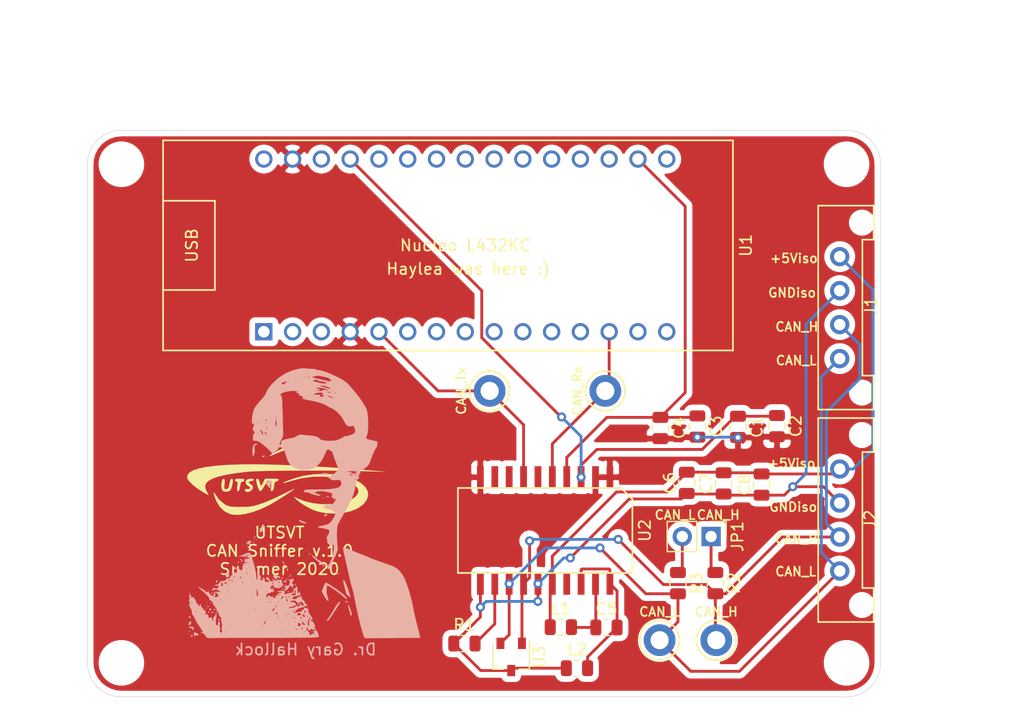
<source format=kicad_pcb>
(kicad_pcb (version 20171130) (host pcbnew "(5.1.6)-1")
  (layers (0 F.Cu signal) (31 B.Cu signal) (34 B.Paste user) (35 F.Paste user) (36 B.SilkS user) (37 F.SilkS user) (38 B.Mask user) (39 F.Mask user) (44 Edge.Cuts user))
  (net 0 "")
  (net 1 GND)
  (net 2 +5V)
  (net 3 +3V3)
  (net 4 "Net-(C5-Pad2)")
  (net 5 "Net-(C5-Pad1)")
  (net 6 "Net-(C6-Pad2)")
  (net 7 "Net-(C6-Pad1)")
  (net 8 /CAN_H)
  (net 9 /CAN_L)
  (net 10 "Net-(JP1-Pad2)")
  (net 11 "Net-(JP1-Pad1)")
  (net 12 /RSlope)
  (net 13 "Net-(U1-Pad30)")
  (net 14 "Net-(U1-Pad28)")
  (net 15 "Net-(U1-Pad26)")
  (net 16 "Net-(U1-Pad25)")
  (net 17 "Net-(U1-Pad24)")
  (net 18 "Net-(U1-Pad23)")
  (net 19 "Net-(U1-Pad22)")
  (net 20 "Net-(U1-Pad21)")
  (net 21 "Net-(U1-Pad20)")
  (net 22 "Net-(U1-Pad19)")
  (net 23 "Net-(U1-Pad18)")
  (net 24 "Net-(U1-Pad16)")
  (net 25 "Net-(U1-Pad15)")
  (net 26 "Net-(U1-Pad14)")
  (net 27 /CAN_Rx)
  (net 28 "Net-(U1-Pad12)")
  (net 29 "Net-(U1-Pad11)")
  (net 30 "Net-(U1-Pad10)")
  (net 31 "Net-(U1-Pad9)")
  (net 32 "Net-(U1-Pad8)")
  (net 33 "Net-(U1-Pad7)")
  (net 34 "Net-(U1-Pad6)")
  (net 35 /CAN_Tx)
  (net 36 "Net-(U1-Pad3)")
  (net 37 "Net-(U1-Pad2)")
  (net 38 "Net-(U1-Pad1)")
  (net 39 "Net-(U2-Pad17)")
  (net 40 "Net-(U2-Pad9)")
  (net 41 "Net-(U2-Pad8)")
  (net 42 "Net-(U2-Pad6)")
  (module TestPoint:TestPoint_Keystone_5005-5009_Compact (layer F.Cu) (at 135.5 86.5)
    (fp_text reference TP1 hide)
    (fp_text value TestPoint)
    (pad 1 thru_hole circle (at 0 0) (size 2.8 2.8) (drill 1.6) (layers *.Cu *.Mask) (net 35 /CAN_Tx))
  )
  (module MountingHole:MountingHole_3mm (layer F.Cu) (at 167 110.5)
    (fp_text reference H4 hide)
    (fp_text value MountingHole)
    (pad 1 np_thru_hole circle (at 0 0) (size 3 3) (drill 3) (layers *.Cu *.Mask))
  )
  (module MountingHole:MountingHole_3mm (layer F.Cu) (at 103 110.5)
    (fp_text reference H3 hide)
    (fp_text value MountingHole)
    (pad 1 np_thru_hole circle (at 0 0) (size 3 3) (drill 3) (layers *.Cu *.Mask))
  )
  (module MountingHole:MountingHole_3mm (layer F.Cu) (at 167 66.5)
    (fp_text reference H2 hide)
    (fp_text value MountingHole)
    (pad 1 np_thru_hole circle (at 0 0) (size 3 3) (drill 3) (layers *.Cu *.Mask))
  )
  (module MountingHole:MountingHole_3mm (layer F.Cu) (at 103 66.5)
    (fp_text reference H1 hide)
    (fp_text value MountingHole)
    (pad 1 np_thru_hole circle (at 0 0) (size 3 3) (drill 3) (layers *.Cu *.Mask))
  )
  (module Capacitor_SMD:C_0805_2012Metric (layer F.Cu) (at 156.1465 94.6658 270)
    (fp_text reference C7 (at 0 1.5465 90) (layer F.SilkS))
    (fp_text value "0.1 uF")
    (pad 2 smd roundrect (at 0.9375 0 270) (size 0.975 1.4) (layers F.Cu F.Paste F.Mask) (net 6 "Net-(C6-Pad2)"))
    (pad 1 smd roundrect (at -0.9375 0 270) (size 0.975 1.4) (layers F.Cu F.Paste F.Mask) (net 7 "Net-(C6-Pad1)"))
  )
  (module TestPoint:TestPoint_Keystone_5005-5009_Compact (layer F.Cu) (at 150.5 108.5 270)
    (fp_text reference TP4 hide)
    (fp_text value TestPoint)
    (pad 1 thru_hole circle (at 0 0 270) (size 2.8 2.8) (drill 1.6) (layers *.Cu *.Mask) (net 9 /CAN_L))
  )
  (module TestPoint:TestPoint_Keystone_5005-5009_Compact (layer F.Cu) (at 155.5 108.5 270)
    (fp_text reference TP3 hide)
    (fp_text value TestPoint)
    (pad 1 thru_hole circle (at 0 0 270) (size 2.8 2.8) (drill 1.6) (layers *.Cu *.Mask) (net 8 /CAN_H))
  )
  (module TestPoint:TestPoint_Keystone_5005-5009_Compact (layer F.Cu) (at 145.7071 86.5)
    (fp_text reference TP2 hide)
    (fp_text value TestPoint)
    (pad 1 thru_hole circle (at 0 0) (size 2.8 2.8) (drill 1.6) (layers *.Cu *.Mask) (net 27 /CAN_Rx))
  )
  (module UTSVT_Connectors:Molex_MicroFit3.0_1x4xP3.00mm_PolarizingPeg_Vertical (layer F.Cu) (at 166.3954 93.3958 270)
    (fp_text reference J2 (at 4.445 -2.6924 90) (layer F.SilkS))
    (fp_text value CANConnOut)
    (pad "" np_thru_hole circle (at -3 -1.96 270) (size 1.27 1.27) (drill 1.27) (layers *.Cu *.Mask))
    (pad 3 thru_hole circle (at 6 0 270) (size 1.7 1.7) (drill 1.02) (layers *.Cu *.Mask) (net 8 /CAN_H))
    (pad 2 thru_hole circle (at 3 0 270) (size 1.7 1.7) (drill 1.02) (layers *.Cu *.Mask) (net 6 "Net-(C6-Pad2)"))
    (pad 1 thru_hole circle (at 0 0 270) (size 1.7 1.7) (drill 1.02) (layers *.Cu *.Mask) (net 7 "Net-(C6-Pad1)"))
    (pad "" np_thru_hole circle (at 12 -1.96 270) (size 1.27 1.27) (drill 1.27) (layers *.Cu *.Mask))
    (pad 4 thru_hole circle (at 9 0 270) (size 1.7 1.7) (drill 1.02) (layers *.Cu *.Mask) (net 9 /CAN_L))
  )
  (module Package_TO_SOT_SMD:SOT-23W (layer F.Cu) (at 137.4013 109.982 270)
    (fp_text reference U3 (at 0 -2.5 90) (layer F.SilkS))
    (fp_text value CDSOT23-T24CAN)
    (pad 3 smd rect (at 1.2 0 270) (size 1 0.7) (layers F.Cu F.Paste F.Mask) (net 6 "Net-(C6-Pad2)"))
    (pad 2 smd rect (at -1.2 0.95 270) (size 1 0.7) (layers F.Cu F.Paste F.Mask) (net 9 /CAN_L))
    (pad 1 smd rect (at -1.2 -0.95 270) (size 1 0.7) (layers F.Cu F.Paste F.Mask) (net 8 /CAN_H))
  )
  (module UTSVT_ICs:SOIC-20W_7.5x15.4mm_Pitch1.27mm (layer F.Cu) (at 140.3985 98.8187 270)
    (fp_text reference U2 (at 0 -8.8 90) (layer F.SilkS))
    (fp_text value ADM3055E)
    (pad 20 smd rect (at 4.7 -5.715 270) (size 1.95 0.6) (layers F.Cu F.Paste F.Mask) (net 4 "Net-(C5-Pad2)"))
    (pad 19 smd rect (at 4.7 -4.445 270) (size 1.95 0.6) (layers F.Cu F.Paste F.Mask) (net 5 "Net-(C5-Pad1)"))
    (pad 18 smd rect (at 4.7 -3.175 270) (size 1.95 0.6) (layers F.Cu F.Paste F.Mask) (net 4 "Net-(C5-Pad2)"))
    (pad 17 smd rect (at 4.7 -1.905 270) (size 1.95 0.6) (layers F.Cu F.Paste F.Mask) (net 39 "Net-(U2-Pad17)"))
    (pad 16 smd rect (at 4.7 -0.635 270) (size 1.95 0.6) (layers F.Cu F.Paste F.Mask) (net 7 "Net-(C6-Pad1)"))
    (pad 15 smd rect (at 4.7 0.635 270) (size 1.95 0.6) (layers F.Cu F.Paste F.Mask) (net 6 "Net-(C6-Pad2)"))
    (pad 14 smd rect (at 4.7 1.905 270) (size 1.95 0.6) (layers F.Cu F.Paste F.Mask) (net 8 /CAN_H))
    (pad 13 smd rect (at 4.7 3.175 270) (size 1.95 0.6) (layers F.Cu F.Paste F.Mask) (net 9 /CAN_L))
    (pad 12 smd rect (at 4.7 4.445 270) (size 1.95 0.6) (layers F.Cu F.Paste F.Mask) (net 12 /RSlope))
    (pad 11 smd rect (at 4.7 5.715 270) (size 1.95 0.6) (layers F.Cu F.Paste F.Mask) (net 6 "Net-(C6-Pad2)"))
    (pad 10 smd rect (at -4.7 5.715 270) (size 1.95 0.6) (layers F.Cu F.Paste F.Mask) (net 1 GND))
    (pad 9 smd rect (at -4.7 4.445 270) (size 1.95 0.6) (layers F.Cu F.Paste F.Mask) (net 40 "Net-(U2-Pad9)"))
    (pad 8 smd rect (at -4.7 3.175 270) (size 1.95 0.6) (layers F.Cu F.Paste F.Mask) (net 41 "Net-(U2-Pad8)"))
    (pad 7 smd rect (at -4.7 1.905 270) (size 1.95 0.6) (layers F.Cu F.Paste F.Mask) (net 35 /CAN_Tx))
    (pad 6 smd rect (at -4.7 0.635 270) (size 1.95 0.6) (layers F.Cu F.Paste F.Mask) (net 42 "Net-(U2-Pad6)"))
    (pad 5 smd rect (at -4.7 -0.635 270) (size 1.95 0.6) (layers F.Cu F.Paste F.Mask) (net 27 /CAN_Rx))
    (pad 4 smd rect (at -4.7 -1.905 270) (size 1.95 0.6) (layers F.Cu F.Paste F.Mask) (net 3 +3V3))
    (pad 3 smd rect (at -4.7 -3.175 270) (size 1.95 0.6) (layers F.Cu F.Paste F.Mask) (net 2 +5V))
    (pad 2 smd rect (at -4.7 -4.445 270) (size 1.95 0.6) (layers F.Cu F.Paste F.Mask) (net 1 GND))
    (pad 1 smd rect (at -4.7 -5.715 270) (size 1.95 0.6) (layers F.Cu F.Paste F.Mask) (net 1 GND))
  )
  (module UTSVT_Special:NucleoL432KC (layer F.Cu) (at 133.35 73.66)
    (fp_text reference U1 (at 24.765 0 90) (layer F.SilkS))
    (fp_text value Nucleo_L432KC)
    (fp_text user "Nucleo L432KC" (at 0 0) (layer F.SilkS))
    (fp_text user USB (at -24.13 0 90) (layer F.SilkS))
    (pad 30 thru_hole circle (at -17.78 -7.62) (size 1.524 1.524) (drill 1.02108) (layers *.Cu *.Mask) (net 13 "Net-(U1-Pad30)"))
    (pad 29 thru_hole circle (at -15.24 -7.62) (size 1.524 1.524) (drill 1.02108) (layers *.Cu *.Mask) (net 1 GND))
    (pad 28 thru_hole circle (at -12.7 -7.62) (size 1.524 1.524) (drill 1.02108) (layers *.Cu *.Mask) (net 14 "Net-(U1-Pad28)"))
    (pad 27 thru_hole circle (at -10.16 -7.62) (size 1.524 1.524) (drill 1.02108) (layers *.Cu *.Mask) (net 2 +5V))
    (pad 26 thru_hole circle (at -7.62 -7.62) (size 1.524 1.524) (drill 1.02108) (layers *.Cu *.Mask) (net 15 "Net-(U1-Pad26)"))
    (pad 25 thru_hole circle (at -5.08 -7.62) (size 1.524 1.524) (drill 1.02108) (layers *.Cu *.Mask) (net 16 "Net-(U1-Pad25)"))
    (pad 24 thru_hole circle (at -2.54 -7.62) (size 1.524 1.524) (drill 1.02108) (layers *.Cu *.Mask) (net 17 "Net-(U1-Pad24)"))
    (pad 23 thru_hole circle (at 0 -7.62) (size 1.524 1.524) (drill 1.02108) (layers *.Cu *.Mask) (net 18 "Net-(U1-Pad23)"))
    (pad 22 thru_hole circle (at 2.54 -7.62) (size 1.524 1.524) (drill 1.02108) (layers *.Cu *.Mask) (net 19 "Net-(U1-Pad22)"))
    (pad 21 thru_hole circle (at 5.08 -7.62) (size 1.524 1.524) (drill 1.02108) (layers *.Cu *.Mask) (net 20 "Net-(U1-Pad21)"))
    (pad 20 thru_hole circle (at 7.62 -7.62) (size 1.524 1.524) (drill 1.02108) (layers *.Cu *.Mask) (net 21 "Net-(U1-Pad20)"))
    (pad 19 thru_hole circle (at 10.16 -7.62) (size 1.524 1.524) (drill 1.02108) (layers *.Cu *.Mask) (net 22 "Net-(U1-Pad19)"))
    (pad 18 thru_hole circle (at 12.7 -7.62) (size 1.524 1.524) (drill 1.02108) (layers *.Cu *.Mask) (net 23 "Net-(U1-Pad18)"))
    (pad 17 thru_hole circle (at 15.24 -7.62) (size 1.524 1.524) (drill 1.02108) (layers *.Cu *.Mask) (net 3 +3V3))
    (pad 16 thru_hole circle (at 17.78 -7.62) (size 1.524 1.524) (drill 1.02108) (layers *.Cu *.Mask) (net 24 "Net-(U1-Pad16)"))
    (pad 15 thru_hole circle (at 17.78 7.62) (size 1.524 1.524) (drill 1.02108) (layers *.Cu *.Mask) (net 25 "Net-(U1-Pad15)"))
    (pad 14 thru_hole circle (at 15.24 7.62) (size 1.524 1.524) (drill 1.02108) (layers *.Cu *.Mask) (net 26 "Net-(U1-Pad14)"))
    (pad 13 thru_hole circle (at 12.7 7.62) (size 1.524 1.524) (drill 1.02108) (layers *.Cu *.Mask) (net 27 /CAN_Rx))
    (pad 12 thru_hole circle (at 10.16 7.62) (size 1.524 1.524) (drill 1.02108) (layers *.Cu *.Mask) (net 28 "Net-(U1-Pad12)"))
    (pad 11 thru_hole circle (at 7.62 7.62) (size 1.524 1.524) (drill 1.02108) (layers *.Cu *.Mask) (net 29 "Net-(U1-Pad11)"))
    (pad 10 thru_hole circle (at 5.08 7.62) (size 1.524 1.524) (drill 1.02108) (layers *.Cu *.Mask) (net 30 "Net-(U1-Pad10)"))
    (pad 9 thru_hole circle (at 2.54 7.62) (size 1.524 1.524) (drill 1.02108) (layers *.Cu *.Mask) (net 31 "Net-(U1-Pad9)"))
    (pad 8 thru_hole circle (at 0 7.62) (size 1.524 1.524) (drill 1.02108) (layers *.Cu *.Mask) (net 32 "Net-(U1-Pad8)"))
    (pad 7 thru_hole circle (at -2.54 7.62) (size 1.524 1.524) (drill 1.02108) (layers *.Cu *.Mask) (net 33 "Net-(U1-Pad7)"))
    (pad 6 thru_hole circle (at -5.08 7.62) (size 1.524 1.524) (drill 1.02108) (layers *.Cu *.Mask) (net 34 "Net-(U1-Pad6)"))
    (pad 5 thru_hole circle (at -7.62 7.62) (size 1.524 1.524) (drill 1.02108) (layers *.Cu *.Mask) (net 35 /CAN_Tx))
    (pad 4 thru_hole circle (at -10.16 7.62) (size 1.524 1.524) (drill 1.02108) (layers *.Cu *.Mask) (net 1 GND))
    (pad 3 thru_hole circle (at -12.7 7.62) (size 1.524 1.524) (drill 1.02108) (layers *.Cu *.Mask) (net 36 "Net-(U1-Pad3)"))
    (pad 2 thru_hole circle (at -15.24 7.62) (size 1.524 1.524) (drill 1.02108) (layers *.Cu *.Mask) (net 37 "Net-(U1-Pad2)"))
    (pad 1 thru_hole rect (at -17.78 7.62) (size 1.524 1.524) (drill 1.02108) (layers *.Cu *.Mask) (net 38 "Net-(U1-Pad1)"))
  )
  (module Resistor_SMD:R_0805_2012Metric (layer F.Cu) (at 152.1206 103.4669 270)
    (fp_text reference R3 (at 0 -1.65 90) (layer F.SilkS))
    (fp_text value 60)
    (pad 2 smd roundrect (at 0.9375 0 270) (size 0.975 1.4) (layers F.Cu F.Paste F.Mask) (net 9 /CAN_L))
    (pad 1 smd roundrect (at -0.9375 0 270) (size 0.975 1.4) (layers F.Cu F.Paste F.Mask) (net 10 "Net-(JP1-Pad2)"))
  )
  (module Resistor_SMD:R_0805_2012Metric (layer F.Cu) (at 155.4226 103.4669 270)
    (fp_text reference R2 (at 0 -1.65 90) (layer F.SilkS))
    (fp_text value 60)
    (pad 2 smd roundrect (at 0.9375 0 270) (size 0.975 1.4) (layers F.Cu F.Paste F.Mask) (net 8 /CAN_H))
    (pad 1 smd roundrect (at -0.9375 0 270) (size 0.975 1.4) (layers F.Cu F.Paste F.Mask) (net 11 "Net-(JP1-Pad1)"))
  )
  (module Resistor_SMD:R_0805_2012Metric (layer F.Cu) (at 133.2738 108.8009)
    (fp_text reference R1 (at 0 -1.65) (layer F.SilkS))
    (fp_text value 0)
    (pad 2 smd roundrect (at 0.9375 0) (size 0.975 1.4) (layers F.Cu F.Paste F.Mask) (net 12 /RSlope))
    (pad 1 smd roundrect (at -0.9375 0) (size 0.975 1.4) (layers F.Cu F.Paste F.Mask) (net 6 "Net-(C6-Pad2)"))
  )
  (module Inductor_SMD:L_0805_2012Metric (layer F.Cu) (at 143.2052 110.9726)
    (fp_text reference L2 (at 0 -1.65) (layer F.SilkS))
    (fp_text value "2 kH")
    (pad 2 smd roundrect (at 0.9375 0) (size 0.975 1.4) (layers F.Cu F.Paste F.Mask) (net 4 "Net-(C5-Pad2)"))
    (pad 1 smd roundrect (at -0.9375 0) (size 0.975 1.4) (layers F.Cu F.Paste F.Mask) (net 6 "Net-(C6-Pad2)"))
  )
  (module Inductor_SMD:L_0805_2012Metric (layer F.Cu) (at 141.7828 107.3531)
    (fp_text reference L1 (at 0 -1.65) (layer F.SilkS))
    (fp_text value "2 kH")
    (pad 2 smd roundrect (at 0.9375 0) (size 0.975 1.4) (layers F.Cu F.Paste F.Mask) (net 5 "Net-(C5-Pad1)"))
    (pad 1 smd roundrect (at -0.9375 0) (size 0.975 1.4) (layers F.Cu F.Paste F.Mask) (net 7 "Net-(C6-Pad1)"))
  )
  (module Connector_PinHeader_2.54mm:PinHeader_1x02_P2.54mm_Vertical (layer F.Cu) (at 155.0416 99.3521 270)
    (fp_text reference JP1 (at 0 -2.33 90) (layer F.SilkS))
    (fp_text value Jumper_NC_Small)
    (pad 2 thru_hole oval (at 0 2.54 270) (size 1.7 1.7) (drill 1) (layers *.Cu *.Mask) (net 10 "Net-(JP1-Pad2)"))
    (pad 1 thru_hole rect (at 0 0 270) (size 1.7 1.7) (drill 1) (layers *.Cu *.Mask) (net 11 "Net-(JP1-Pad1)"))
  )
  (module UTSVT_Connectors:Molex_MicroFit3.0_1x4xP3.00mm_PolarizingPeg_Vertical (layer F.Cu) (at 166.3954 74.6506 270)
    (fp_text reference J1 (at 4.3843 -2.7432 90) (layer F.SilkS))
    (fp_text value CANConnIn)
    (pad "" np_thru_hole circle (at -3 -1.96 270) (size 1.27 1.27) (drill 1.27) (layers *.Cu *.Mask))
    (pad 3 thru_hole circle (at 6 0 270) (size 1.7 1.7) (drill 1.02) (layers *.Cu *.Mask) (net 8 /CAN_H))
    (pad 2 thru_hole circle (at 3 0 270) (size 1.7 1.7) (drill 1.02) (layers *.Cu *.Mask) (net 6 "Net-(C6-Pad2)"))
    (pad 1 thru_hole circle (at 0 0 270) (size 1.7 1.7) (drill 1.02) (layers *.Cu *.Mask) (net 7 "Net-(C6-Pad1)"))
    (pad "" np_thru_hole circle (at 12 -1.96 270) (size 1.27 1.27) (drill 1.27) (layers *.Cu *.Mask))
    (pad 4 thru_hole circle (at 9 0 270) (size 1.7 1.7) (drill 1.02) (layers *.Cu *.Mask) (net 9 /CAN_L))
  )
  (module Capacitor_SMD:C_0805_2012Metric (layer F.Cu) (at 159.4993 94.7674 270)
    (fp_text reference C8 (at 0 1.4993 90) (layer F.SilkS))
    (fp_text value "0.01 uF")
    (pad 2 smd roundrect (at 0.9375 0 270) (size 0.975 1.4) (layers F.Cu F.Paste F.Mask) (net 6 "Net-(C6-Pad2)"))
    (pad 1 smd roundrect (at -0.9375 0 270) (size 0.975 1.4) (layers F.Cu F.Paste F.Mask) (net 7 "Net-(C6-Pad1)"))
  )
  (module Capacitor_SMD:C_0805_2012Metric (layer F.Cu) (at 152.8953 94.615 270)
    (fp_text reference C6 (at 0 1.4953 90) (layer F.SilkS))
    (fp_text value "10 uF")
    (pad 2 smd roundrect (at 0.9375 0 270) (size 0.975 1.4) (layers F.Cu F.Paste F.Mask) (net 6 "Net-(C6-Pad2)"))
    (pad 1 smd roundrect (at -0.9375 0 270) (size 0.975 1.4) (layers F.Cu F.Paste F.Mask) (net 7 "Net-(C6-Pad1)"))
  )
  (module Capacitor_SMD:C_0805_2012Metric (layer F.Cu) (at 145.8087 107.3785)
    (fp_text reference C5 (at 0 -1.65) (layer F.SilkS))
    (fp_text value "0.22 uF")
    (pad 2 smd roundrect (at 0.9375 0) (size 0.975 1.4) (layers F.Cu F.Paste F.Mask) (net 4 "Net-(C5-Pad2)"))
    (pad 1 smd roundrect (at -0.9375 0) (size 0.975 1.4) (layers F.Cu F.Paste F.Mask) (net 5 "Net-(C5-Pad1)"))
  )
  (module Capacitor_SMD:C_0805_2012Metric (layer F.Cu) (at 150.5712 89.7763 270)
    (fp_text reference C4 (at 0 -1.65 90) (layer F.SilkS))
    (fp_text value "0.01 uF")
    (pad 2 smd roundrect (at 0.9375 0 270) (size 0.975 1.4) (layers F.Cu F.Paste F.Mask) (net 1 GND))
    (pad 1 smd roundrect (at -0.9375 0 270) (size 0.975 1.4) (layers F.Cu F.Paste F.Mask) (net 3 +3V3))
  )
  (module Capacitor_SMD:C_0805_2012Metric (layer F.Cu) (at 153.8351 89.647 270)
    (fp_text reference C3 (at 0 -1.65 90) (layer F.SilkS))
    (fp_text value "0.1 uF")
    (pad 2 smd roundrect (at 0.9375 0 270) (size 0.975 1.4) (layers F.Cu F.Paste F.Mask) (net 1 GND))
    (pad 1 smd roundrect (at -0.9375 0 270) (size 0.975 1.4) (layers F.Cu F.Paste F.Mask) (net 3 +3V3))
  )
  (module Capacitor_SMD:C_0805_2012Metric (layer F.Cu) (at 160.8582 89.6112 270)
    (fp_text reference C2 (at 0 -1.65 90) (layer F.SilkS))
    (fp_text value "0.1 uF")
    (pad 2 smd roundrect (at 0.9375 0 270) (size 0.975 1.4) (layers F.Cu F.Paste F.Mask) (net 1 GND))
    (pad 1 smd roundrect (at -0.9375 0 270) (size 0.975 1.4) (layers F.Cu F.Paste F.Mask) (net 2 +5V))
  )
  (module Capacitor_SMD:C_0805_2012Metric (layer F.Cu) (at 157.4165 89.6747 270)
    (fp_text reference C1 (at 0 -1.65 90) (layer F.SilkS))
    (fp_text value "10 uF")
    (pad 2 smd roundrect (at 0.9375 0 270) (size 0.975 1.4) (layers F.Cu F.Paste F.Mask) (net 1 GND))
    (pad 1 smd roundrect (at -0.9375 0 270) (size 0.975 1.4) (layers F.Cu F.Paste F.Mask) (net 2 +5V))
  )
  (module UTSVT_Special:UTSVT_Logo_Symbol (layer F.Cu) (at 117.25 94.25)
    (fp_text reference LOGO1 hide)
    (fp_text value "UTSVT Logo" hide)
  )
  (module UTSVT_Special:Hallock_Image_Small (layer B.Cu) (at 120 96.102989 180)
    (fp_text reference LOGO2 hide)
    (fp_text value "Dr Hallock" hide)
  )
  (gr_arc (start 103 110.5) (end 100 110.5) (angle -90) (layer Edge.Cuts) (width 0.05))
  (gr_arc (start 103 66.5) (end 103 63.5) (angle -90) (layer Edge.Cuts) (width 0.05))
  (gr_arc (start 167 66.5) (end 170 66.5) (angle -90) (layer Edge.Cuts) (width 0.05))
  (gr_arc (start 167 110.5) (end 167 113.5) (angle -90) (layer Edge.Cuts) (width 0.05))
  (gr_line (start 103 113.5) (end 167 113.5) (layer Edge.Cuts) (width 0.05))
  (gr_line (start 100 66.5) (end 100 110.5) (layer Edge.Cuts) (width 0.05))
  (gr_line (start 167 63.5) (end 103 63.5) (layer Edge.Cuts) (width 0.05))
  (gr_line (start 170 110.5) (end 170 66.5) (layer Edge.Cuts) (width 0.05))
  (gr_text "GNDiso\n" (at 162.2933 96.7486) (layer F.SilkS) (effects (font (size 0.8 0.8))))
  (gr_text "Haylea was here :)" (at 133.604 75.7301) (layer F.SilkS) (effects (font (size 1 1))))
  (gr_text "Dr. Gary Hallock" (at 119.2657 109.3216) (layer B.SilkS) (effects (font (size 1 1)) (justify mirror)))
  (gr_text "UTSVT\nCAN Sniffer v.1.0\nSummer 2020" (at 116.9539 100.617) (layer F.SilkS) (effects (font (size 1 1))))
  (gr_text CAN_L (at 150.5 106) (layer F.SilkS) (effects (font (size 0.8 0.8))))
  (gr_text "+5Viso\n" (at 162.1409 92.9005) (layer F.SilkS) (effects (font (size 0.8 0.8))))
  (gr_text CAN_H (at 162.5727 99.568) (layer F.SilkS) (effects (font (size 0.8 0.8))))
  (gr_text CAN_L (at 162.5092 102.4509) (layer F.SilkS) (effects (font (size 0.8 0.8))))
  (gr_text "+5Viso\n" (at 162.3441 74.803) (layer F.SilkS) (effects (font (size 0.8 0.8))))
  (gr_text "GNDiso\n" (at 162.1917 77.8383) (layer F.SilkS) (effects (font (size 0.8 0.8))))
  (gr_text CAN_H (at 162.6108 80.8482) (layer F.SilkS) (effects (font (size 0.8 0.8))))
  (gr_text CAN_L (at 162.56 83.82) (layer F.SilkS) (effects (font (size 0.8 0.8))))
  (gr_text CAN_L (at 151.8666 97.4471) (layer F.SilkS) (effects (font (size 0.8 0.8))))
  (gr_text CAN_H (at 155.6766 97.4471) (layer F.SilkS) (effects (font (size 0.8 0.8))))
  (gr_text CAN_H (at 155.5 106) (layer F.SilkS) (effects (font (size 0.8 0.8))))
  (gr_text CAN_Rx (at 143.25 86.5 90) (layer F.SilkS) (effects (font (size 0.8 0.8))))
  (gr_text "CAN_Tx\n" (at 133 86.5 90) (layer F.SilkS) (effects (font (size 0.8 0.8))))
  (segment (start 157.8483 91.044) (end 157.4165 90.6122) (width 0.25) (layer F.Cu) (net 1))
  (segment (start 160.7947 90.6122) (end 160.8582 90.5487) (width 0.25) (layer F.Cu) (net 1))
  (segment (start 144.8435 94.1187) (end 146.1135 94.1187) (width 0.25) (layer F.Cu) (net 1))
  (segment (start 146.1135 94.1187) (end 146.1135 93.2284) (width 0.25) (layer F.Cu) (net 1))
  (segment (start 153.7058 90.7138) (end 153.8351 90.5845) (width 0.25) (layer F.Cu) (net 1))
  (segment (start 150.5712 90.7138) (end 153.7058 90.7138) (width 0.25) (layer F.Cu) (net 1))
  (via (at 153.8351 90.5845) (size 0.8) (drill 0.4) (layers F.Cu B.Cu) (net 1))
  (via (at 157.4165 90.6122) (size 0.8) (drill 0.4) (layers F.Cu B.Cu) (net 1))
  (segment (start 153.8351 90.5845) (end 157.3888 90.5845) (width 0.25) (layer B.Cu) (net 1))
  (segment (start 157.3888 90.5845) (end 157.4165 90.6122) (width 0.25) (layer B.Cu) (net 1))
  (segment (start 134.802999 81.801761) (end 141.875838 88.8746) (width 0.25) (layer F.Cu) (net 2))
  (segment (start 123.19 66.04) (end 134.802999 77.652999) (width 0.25) (layer F.Cu) (net 2))
  (segment (start 134.802999 77.652999) (end 134.802999 81.801761) (width 0.25) (layer F.Cu) (net 2))
  (segment (start 143.5735 94.1187) (end 143.5735 93.0529) (width 0.25) (layer F.Cu) (net 2))
  (segment (start 143.5735 93.0529) (end 144.9578 91.6686) (width 0.25) (layer F.Cu) (net 2))
  (segment (start 144.9578 91.6686) (end 152.8572 91.6686) (width 0.25) (layer F.Cu) (net 2))
  (segment (start 152.8572 91.6686) (end 152.8572 91.6582) (width 0.25) (layer F.Cu) (net 2))
  (segment (start 160.7947 88.7372) (end 160.8582 88.6737) (width 0.25) (layer F.Cu) (net 2))
  (segment (start 157.4165 88.7372) (end 160.7947 88.7372) (width 0.25) (layer F.Cu) (net 2))
  (via (at 141.8463 88.7984) (size 0.8) (drill 0.4) (layers F.Cu B.Cu) (net 2))
  (segment (start 141.875838 88.8746) (end 141.875838 88.827938) (width 0.25) (layer F.Cu) (net 2))
  (segment (start 141.875838 88.827938) (end 141.8463 88.7984) (width 0.25) (layer F.Cu) (net 2))
  (via (at 143.5735 94.1187) (size 0.8) (drill 0.4) (layers F.Cu B.Cu) (net 2))
  (segment (start 141.8463 88.7984) (end 143.5735 90.5256) (width 0.25) (layer B.Cu) (net 2))
  (segment (start 143.5735 90.5256) (end 143.5735 94.1187) (width 0.25) (layer B.Cu) (net 2))
  (segment (start 154.25535 91.6686) (end 157.18675 88.7372) (width 0.25) (layer F.Cu) (net 2))
  (segment (start 157.18675 88.7372) (end 157.4165 88.7372) (width 0.25) (layer F.Cu) (net 2))
  (segment (start 152.8572 91.6686) (end 154.25535 91.6686) (width 0.25) (layer F.Cu) (net 2))
  (segment (start 153.7058 88.8388) (end 153.8351 88.7095) (width 0.25) (layer F.Cu) (net 3))
  (segment (start 150.5712 88.8388) (end 153.7058 88.8388) (width 0.25) (layer F.Cu) (net 3))
  (segment (start 149.1869 66.6369) (end 148.59 66.04) (width 0.25) (layer F.Cu) (net 3))
  (segment (start 145.8445 88.8388) (end 142.3035 92.3798) (width 0.25) (layer F.Cu) (net 3))
  (segment (start 142.3035 94.1187) (end 142.3035 92.3798) (width 0.25) (layer F.Cu) (net 3))
  (segment (start 150.5712 88.8388) (end 145.8445 88.8388) (width 0.25) (layer F.Cu) (net 3))
  (segment (start 150.5712 88.8388) (end 152.7579 86.6521) (width 0.25) (layer F.Cu) (net 3))
  (segment (start 152.7579 70.2079) (end 149.80285 67.25285) (width 0.25) (layer F.Cu) (net 3))
  (segment (start 152.7579 86.6521) (end 152.7579 70.2079) (width 0.25) (layer F.Cu) (net 3))
  (segment (start 148.59 66.04) (end 149.80285 67.25285) (width 0.25) (layer F.Cu) (net 3))
  (segment (start 149.80285 67.25285) (end 150.042999 67.492999) (width 0.25) (layer F.Cu) (net 3))
  (segment (start 144.1427 109.982) (end 146.7462 107.3785) (width 0.25) (layer F.Cu) (net 4))
  (segment (start 144.1427 110.9726) (end 144.1427 109.982) (width 0.25) (layer F.Cu) (net 4))
  (segment (start 146.7462 104.1514) (end 146.1135 103.5187) (width 0.25) (layer F.Cu) (net 4))
  (segment (start 146.7462 107.3785) (end 146.7462 104.1514) (width 0.25) (layer F.Cu) (net 4))
  (segment (start 146.1135 102.2937) (end 146.1135 103.5187) (width 0.25) (layer F.Cu) (net 4))
  (segment (start 146.038499 102.218699) (end 146.1135 102.2937) (width 0.25) (layer F.Cu) (net 4))
  (segment (start 143.648501 102.218699) (end 146.038499 102.218699) (width 0.25) (layer F.Cu) (net 4))
  (segment (start 143.5735 102.2937) (end 143.648501 102.218699) (width 0.25) (layer F.Cu) (net 4))
  (segment (start 143.5735 103.5187) (end 143.5735 102.2937) (width 0.25) (layer F.Cu) (net 4))
  (segment (start 144.8712 103.5464) (end 144.8435 103.5187) (width 0.25) (layer F.Cu) (net 5))
  (segment (start 144.8712 107.3785) (end 144.8712 103.5464) (width 0.25) (layer F.Cu) (net 5))
  (segment (start 142.7457 107.3785) (end 142.7203 107.3531) (width 0.25) (layer F.Cu) (net 5))
  (segment (start 144.8712 107.3785) (end 142.7457 107.3785) (width 0.25) (layer F.Cu) (net 5))
  (segment (start 156.2481 95.7049) (end 156.1465 95.6033) (width 0.25) (layer F.Cu) (net 6))
  (segment (start 159.4993 95.7049) (end 156.2481 95.7049) (width 0.25) (layer F.Cu) (net 6))
  (segment (start 152.9461 95.6033) (end 152.8953 95.5525) (width 0.25) (layer F.Cu) (net 6))
  (segment (start 156.1465 95.6033) (end 152.9461 95.6033) (width 0.25) (layer F.Cu) (net 6))
  (via (at 142.621 101.2421) (size 0.8) (drill 0.4) (layers F.Cu B.Cu) (net 6))
  (via (at 139.7635 103.5187) (size 0.8) (drill 0.4) (layers F.Cu B.Cu) (net 6))
  (segment (start 142.621 101.2421) (end 142.0401 101.2421) (width 0.25) (layer B.Cu) (net 6))
  (segment (start 142.0401 101.2421) (end 139.7635 103.5187) (width 0.25) (layer B.Cu) (net 6))
  (segment (start 134.6835 106.4537) (end 132.3363 108.8009) (width 0.25) (layer F.Cu) (net 6))
  (segment (start 142.0583 111.182) (end 142.2677 110.9726) (width 0.25) (layer F.Cu) (net 6))
  (via (at 139.7508 105.0798) (size 0.8) (drill 0.4) (layers F.Cu B.Cu) (net 6))
  (segment (start 139.7635 103.5187) (end 139.7635 105.0671) (width 0.25) (layer F.Cu) (net 6))
  (segment (start 139.7635 105.0671) (end 139.7508 105.0798) (width 0.25) (layer F.Cu) (net 6))
  (segment (start 136.398 105.0798) (end 135.1915 105.0798) (width 0.25) (layer B.Cu) (net 6))
  (via (at 134.6835 105.5878) (size 0.8) (drill 0.4) (layers F.Cu B.Cu) (net 6))
  (segment (start 139.7508 105.0798) (end 136.398 105.0798) (width 0.25) (layer B.Cu) (net 6))
  (segment (start 135.1915 105.0798) (end 134.6835 105.5878) (width 0.25) (layer B.Cu) (net 6))
  (segment (start 136.398 105.0798) (end 136.2446 105.0798) (width 0.25) (layer B.Cu) (net 6))
  (segment (start 134.6835 103.5187) (end 134.6835 105.5878) (width 0.25) (layer F.Cu) (net 6))
  (segment (start 134.6835 105.5878) (end 134.6835 106.4537) (width 0.25) (layer F.Cu) (net 6))
  (segment (start 164.9552 94.9556) (end 166.3954 96.3958) (width 0.25) (layer F.Cu) (net 6))
  (segment (start 137.6107 110.9726) (end 137.4013 111.182) (width 0.25) (layer F.Cu) (net 6))
  (segment (start 142.2677 110.9726) (end 137.6107 110.9726) (width 0.25) (layer F.Cu) (net 6))
  (segment (start 134.7174 111.182) (end 134.4116 110.8762) (width 0.25) (layer F.Cu) (net 6))
  (segment (start 137.4013 111.182) (end 134.7174 111.182) (width 0.25) (layer F.Cu) (net 6))
  (segment (start 132.3363 108.8009) (end 134.4116 110.8762) (width 0.25) (layer F.Cu) (net 6))
  (segment (start 166.3954 77.6506) (end 163.4363 80.6097) (width 0.25) (layer B.Cu) (net 6))
  (segment (start 163.4363 93.7722) (end 162.2529 94.9556) (width 0.25) (layer B.Cu) (net 6))
  (segment (start 163.4363 80.6097) (end 163.4363 93.7722) (width 0.25) (layer B.Cu) (net 6))
  (via (at 162.2529 94.9556) (size 0.8) (drill 0.4) (layers F.Cu B.Cu) (net 6))
  (segment (start 162.2529 94.9556) (end 164.9552 94.9556) (width 0.25) (layer F.Cu) (net 6))
  (segment (start 162.1894 95.0191) (end 162.2529 94.9556) (width 0.25) (layer F.Cu) (net 6))
  (segment (start 161.5036 95.7049) (end 162.2529 94.9556) (width 0.25) (layer F.Cu) (net 6))
  (segment (start 159.4993 95.7049) (end 161.5036 95.7049) (width 0.25) (layer F.Cu) (net 6))
  (segment (start 147.825073 96.038027) (end 142.621 101.2421) (width 0.25) (layer F.Cu) (net 6))
  (segment (start 152.409773 96.038027) (end 147.825073 96.038027) (width 0.25) (layer F.Cu) (net 6))
  (segment (start 152.8953 95.5525) (end 152.409773 96.038027) (width 0.25) (layer F.Cu) (net 6))
  (segment (start 140.8453 103.7069) (end 141.0335 103.5187) (width 0.25) (layer F.Cu) (net 7))
  (segment (start 140.8453 107.3531) (end 140.8453 103.7069) (width 0.25) (layer F.Cu) (net 7))
  (segment (start 156.0957 93.6775) (end 156.1465 93.7283) (width 0.25) (layer F.Cu) (net 7))
  (segment (start 152.8953 93.6775) (end 156.0957 93.6775) (width 0.25) (layer F.Cu) (net 7))
  (segment (start 159.3977 93.7283) (end 159.4993 93.8299) (width 0.25) (layer F.Cu) (net 7))
  (segment (start 156.1465 93.7283) (end 159.3977 93.7283) (width 0.25) (layer F.Cu) (net 7))
  (segment (start 166.0802 93.0806) (end 166.3954 93.3958) (width 0.25) (layer F.Cu) (net 7))
  (segment (start 169.315401 77.570601) (end 166.3954 74.6506) (width 0.25) (layer B.Cu) (net 7))
  (segment (start 169.315401 91.67788) (end 169.315401 77.570601) (width 0.25) (layer B.Cu) (net 7))
  (segment (start 167.597481 93.3958) (end 169.315401 91.67788) (width 0.25) (layer B.Cu) (net 7))
  (segment (start 166.3954 93.3958) (end 167.597481 93.3958) (width 0.25) (layer B.Cu) (net 7))
  (segment (start 166.1437 93.1441) (end 166.3954 93.3958) (width 0.25) (layer F.Cu) (net 7))
  (segment (start 165.9613 93.8299) (end 166.3954 93.3958) (width 0.25) (layer F.Cu) (net 7))
  (segment (start 159.4993 93.8299) (end 165.9613 93.8299) (width 0.25) (layer F.Cu) (net 7))
  (segment (start 146.694099 95.418701) (end 141.0335 101.0793) (width 0.25) (layer F.Cu) (net 7))
  (segment (start 151.154099 95.418701) (end 146.694099 95.418701) (width 0.25) (layer F.Cu) (net 7))
  (segment (start 152.8953 93.6775) (end 151.154099 95.418701) (width 0.25) (layer F.Cu) (net 7))
  (segment (start 141.0335 101.0793) (end 141.0335 103.5187) (width 0.25) (layer F.Cu) (net 7))
  (segment (start 138.3513 103.6609) (end 138.4935 103.5187) (width 0.25) (layer F.Cu) (net 8))
  (segment (start 138.3513 108.782) (end 138.3513 103.6609) (width 0.25) (layer F.Cu) (net 8))
  (segment (start 154.61009 103.59189) (end 150.83589 103.59189) (width 0.25) (layer F.Cu) (net 8))
  (segment (start 155.4226 104.4044) (end 154.61009 103.59189) (width 0.25) (layer F.Cu) (net 8))
  (segment (start 150.83589 103.59189) (end 146.8501 99.6061) (width 0.25) (layer F.Cu) (net 8))
  (via (at 146.8501 99.6061) (size 0.8) (drill 0.4) (layers F.Cu B.Cu) (net 8))
  (via (at 139.0269 99.7331) (size 0.8) (drill 0.4) (layers F.Cu B.Cu) (net 8))
  (segment (start 146.8501 99.6061) (end 139.1539 99.6061) (width 0.25) (layer B.Cu) (net 8))
  (segment (start 139.1539 99.6061) (end 139.0269 99.7331) (width 0.25) (layer B.Cu) (net 8))
  (segment (start 139.0269 102.9853) (end 138.4935 103.5187) (width 0.25) (layer F.Cu) (net 8))
  (segment (start 139.0269 99.7331) (end 139.0269 102.9853) (width 0.25) (layer F.Cu) (net 8))
  (segment (start 155.4226 104.4044) (end 156.3266 104.4044) (width 0.25) (layer F.Cu) (net 8))
  (segment (start 161.3352 99.3958) (end 156.3266 104.4044) (width 0.25) (layer F.Cu) (net 8))
  (segment (start 166.3954 99.3958) (end 161.3352 99.3958) (width 0.25) (layer F.Cu) (net 8))
  (segment (start 166.3954 80.6506) (end 168.1607 82.4159) (width 0.25) (layer B.Cu) (net 8))
  (segment (start 165.220399 98.220799) (end 166.3954 99.3958) (width 0.25) (layer B.Cu) (net 8))
  (segment (start 165.220399 88.364799) (end 165.220399 98.220799) (width 0.25) (layer B.Cu) (net 8))
  (segment (start 168.1607 85.424498) (end 165.220399 88.364799) (width 0.25) (layer B.Cu) (net 8))
  (segment (start 168.1607 82.4159) (end 168.1607 85.424498) (width 0.25) (layer B.Cu) (net 8))
  (segment (start 155.4226 108.4226) (end 155.5 108.5) (width 0.25) (layer F.Cu) (net 8))
  (segment (start 155.4226 104.4044) (end 155.4226 108.4226) (width 0.25) (layer F.Cu) (net 8))
  (segment (start 152.1206 104.4044) (end 149.2862 104.4044) (width 0.25) (layer F.Cu) (net 9))
  (via (at 145.2372 100.3554) (size 0.8) (drill 0.4) (layers F.Cu B.Cu) (net 9))
  (segment (start 149.2862 104.4044) (end 145.2372 100.3554) (width 0.25) (layer F.Cu) (net 9))
  (segment (start 145.2372 100.3554) (end 140.3868 100.3554) (width 0.25) (layer B.Cu) (net 9))
  (via (at 137.2235 103.5187) (size 0.8) (drill 0.4) (layers F.Cu B.Cu) (net 9))
  (segment (start 140.3868 100.3554) (end 137.2235 103.5187) (width 0.25) (layer B.Cu) (net 9))
  (segment (start 137.2235 108.0098) (end 137.2235 103.5187) (width 0.25) (layer F.Cu) (net 9))
  (segment (start 136.4513 108.782) (end 137.2235 108.0098) (width 0.25) (layer F.Cu) (net 9))
  (segment (start 166.3954 102.3958) (end 158.2758 110.5154) (width 0.25) (layer F.Cu) (net 9))
  (segment (start 164.770389 100.770789) (end 166.3954 102.3958) (width 0.25) (layer B.Cu) (net 9))
  (segment (start 164.770389 85.275611) (end 164.770389 100.770789) (width 0.25) (layer B.Cu) (net 9))
  (segment (start 166.3954 83.6506) (end 164.770389 85.275611) (width 0.25) (layer B.Cu) (net 9))
  (segment (start 150.5 108.5) (end 153.25 111.25) (width 0.25) (layer F.Cu) (net 9))
  (segment (start 157.5412 111.25) (end 158.2758 110.5154) (width 0.25) (layer F.Cu) (net 9))
  (segment (start 153.25 111.25) (end 157.5412 111.25) (width 0.25) (layer F.Cu) (net 9))
  (segment (start 152.1206 106.8794) (end 150.5 108.5) (width 0.25) (layer F.Cu) (net 9))
  (segment (start 152.1206 104.4044) (end 152.1206 106.8794) (width 0.25) (layer F.Cu) (net 9))
  (segment (start 152.5016 102.1484) (end 152.1206 102.5294) (width 0.25) (layer F.Cu) (net 10))
  (segment (start 152.5016 99.3521) (end 152.5016 102.1484) (width 0.25) (layer F.Cu) (net 10))
  (segment (start 155.0416 102.1484) (end 155.4226 102.5294) (width 0.25) (layer F.Cu) (net 11))
  (segment (start 155.0416 99.3521) (end 155.0416 102.1484) (width 0.25) (layer F.Cu) (net 11))
  (segment (start 135.9535 107.0587) (end 134.2113 108.8009) (width 0.25) (layer F.Cu) (net 12))
  (segment (start 135.9535 103.5187) (end 135.9535 107.0587) (width 0.25) (layer F.Cu) (net 12))
  (segment (start 141.0335 91.1736) (end 145.7071 86.5) (width 0.25) (layer F.Cu) (net 27))
  (segment (start 141.0335 94.1187) (end 141.0335 91.1736) (width 0.25) (layer F.Cu) (net 27))
  (segment (start 146.05 86.1571) (end 145.7071 86.5) (width 0.25) (layer F.Cu) (net 27))
  (segment (start 146.05 81.28) (end 146.05 86.1571) (width 0.25) (layer F.Cu) (net 27))
  (segment (start 130.95 86.5) (end 130.85 86.4) (width 0.25) (layer F.Cu) (net 35))
  (segment (start 135.5 86.5) (end 130.95 86.5) (width 0.25) (layer F.Cu) (net 35))
  (segment (start 130.85 86.4) (end 125.73 81.28) (width 0.25) (layer F.Cu) (net 35))
  (segment (start 138.4935 89.4935) (end 135.5 86.5) (width 0.25) (layer F.Cu) (net 35))
  (segment (start 138.4935 94.1187) (end 138.4935 89.4935) (width 0.25) (layer F.Cu) (net 35))
  (zone (net 1) (net_name GND) (layer F.Cu) (connect_pads (clearance 0.508)) (min_thickness 0.254) (fill yes (arc_segments 32) (thermal_gap 0.508) (thermal_bridge_width 0.508))
    (polygon (pts (xy 175.010714 115.56969) (xy 92.422614 115.887536) (xy 92.286186 59.220065) (xy 175.509286 58.889817)))
  )
)
</source>
